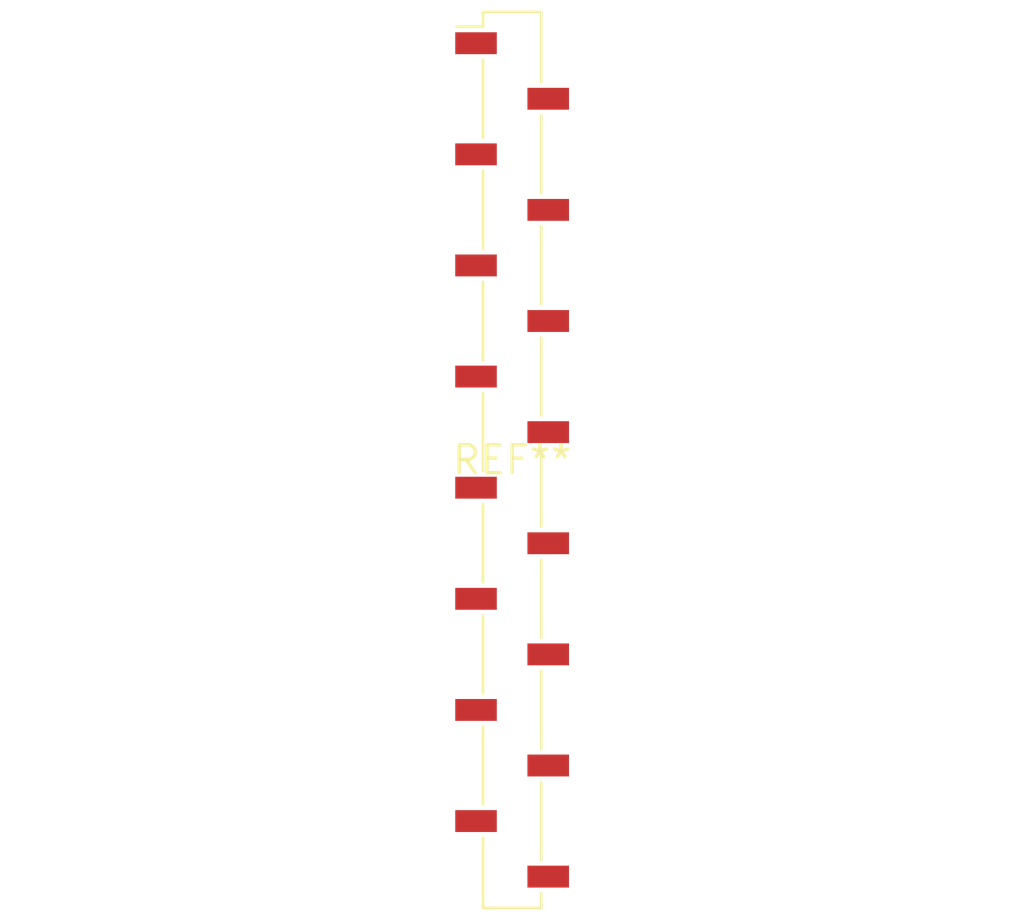
<source format=kicad_pcb>
(kicad_pcb (version 20240108) (generator pcbnew)
  (layers (0 "F.Cu" signal) (31 "B.Cu" signal) (34 "B.Paste" user) (35 "F.Paste" user) (36 "B.SilkS" user "B.Silkscreen") (37 "F.SilkS" user "F.Silkscreen") (38 "B.Mask" user) (39 "F.Mask" user) (44 "Edge.Cuts" user))
  (net 0 "")
  (footprint "PinSocket_1x16_P2.54mm_Vertical_SMD_Pin1Left" (layer "F.Cu") (at 0 0)
    (property "Reference" "REF**")
    (property "Value" "PinSocket_1x16_P2.54mm_Vertical_SMD_Pin1Left")
    (fp_line (start -2.54 -19.81) (end -1.33 -19.81) (layer "F.SilkS") (stroke (width 0.12)))
    (fp_line (start -1.33 -20.48) (end -1.33 -19.81) (layer "F.SilkS") (stroke (width 0.12)))
    (fp_line (start -1.33 -20.48) (end 1.33 -20.48) (layer "F.SilkS") (stroke (width 0.12)))
    (fp_line (start -1.33 -18.29) (end -1.33 -14.73) (layer "F.SilkS") (stroke (width 0.12)))
    (fp_line (start -1.33 -13.21) (end -1.33 -9.65) (layer "F.SilkS") (stroke (width 0.12)))
    (fp_line (start -1.33 -8.13) (end -1.33 -4.57) (layer "F.SilkS") (stroke (width 0.12)))
    (fp_line (start -1.33 -3.05) (end -1.33 0.51) (layer "F.SilkS") (stroke (width 0.12)))
    (fp_line (start -1.33 2.03) (end -1.33 5.59) (layer "F.SilkS") (stroke (width 0.12)))
    (fp_line (start -1.33 7.11) (end -1.33 10.67) (layer "F.SilkS") (stroke (width 0.12)))
    (fp_line (start -1.33 12.19) (end -1.33 15.75) (layer "F.SilkS") (stroke (width 0.12)))
    (fp_line (start -1.33 17.27) (end -1.33 20.48) (layer "F.SilkS") (stroke (width 0.12)))
    (fp_line (start -1.33 20.48) (end 1.33 20.48) (layer "F.SilkS") (stroke (width 0.12)))
    (fp_line (start 1.33 -20.48) (end 1.33 -17.27) (layer "F.SilkS") (stroke (width 0.12)))
    (fp_line (start 1.33 -15.75) (end 1.33 -12.19) (layer "F.SilkS") (stroke (width 0.12)))
    (fp_line (start 1.33 -10.67) (end 1.33 -7.11) (layer "F.SilkS") (stroke (width 0.12)))
    (fp_line (start 1.33 -5.59) (end 1.33 -2.03) (layer "F.SilkS") (stroke (width 0.12)))
    (fp_line (start 1.33 -0.51) (end 1.33 3.05) (layer "F.SilkS") (stroke (width 0.12)))
    (fp_line (start 1.33 4.57) (end 1.33 8.13) (layer "F.SilkS") (stroke (width 0.12)))
    (fp_line (start 1.33 9.65) (end 1.33 13.21) (layer "F.SilkS") (stroke (width 0.12)))
    (fp_line (start 1.33 14.73) (end 1.33 18.29) (layer "F.SilkS") (stroke (width 0.12)))
    (fp_line (start 1.33 19.81) (end 1.33 20.48) (layer "F.SilkS") (stroke (width 0.12)))
    (pad "1" smd rect (at -1.65 -19.05) (size 1.9 1) (layers "F.Cu" "F.Paste" "F.Mask"))
    (pad "2" smd rect (at 1.65 -16.51) (size 1.9 1) (layers "F.Cu" "F.Paste" "F.Mask"))
    (pad "3" smd rect (at -1.65 -13.97) (size 1.9 1) (layers "F.Cu" "F.Paste" "F.Mask"))
    (pad "4" smd rect (at 1.65 -11.43) (size 1.9 1) (layers "F.Cu" "F.Paste" "F.Mask"))
    (pad "5" smd rect (at -1.65 -8.89) (size 1.9 1) (layers "F.Cu" "F.Paste" "F.Mask"))
    (pad "6" smd rect (at 1.65 -6.35) (size 1.9 1) (layers "F.Cu" "F.Paste" "F.Mask"))
    (pad "7" smd rect (at -1.65 -3.81) (size 1.9 1) (layers "F.Cu" "F.Paste" "F.Mask"))
    (pad "8" smd rect (at 1.65 -1.27) (size 1.9 1) (layers "F.Cu" "F.Paste" "F.Mask"))
    (pad "9" smd rect (at -1.65 1.27) (size 1.9 1) (layers "F.Cu" "F.Paste" "F.Mask"))
    (pad "10" smd rect (at 1.65 3.81) (size 1.9 1) (layers "F.Cu" "F.Paste" "F.Mask"))
    (pad "11" smd rect (at -1.65 6.35) (size 1.9 1) (layers "F.Cu" "F.Paste" "F.Mask"))
    (pad "12" smd rect (at 1.65 8.89) (size 1.9 1) (layers "F.Cu" "F.Paste" "F.Mask"))
    (pad "13" smd rect (at -1.65 11.43) (size 1.9 1) (layers "F.Cu" "F.Paste" "F.Mask"))
    (pad "14" smd rect (at 1.65 13.97) (size 1.9 1) (layers "F.Cu" "F.Paste" "F.Mask"))
    (pad "15" smd rect (at -1.65 16.51) (size 1.9 1) (layers "F.Cu" "F.Paste" "F.Mask"))
    (pad "16" smd rect (at 1.65 19.05) (size 1.9 1) (layers "F.Cu" "F.Paste" "F.Mask"))
  )
)
</source>
